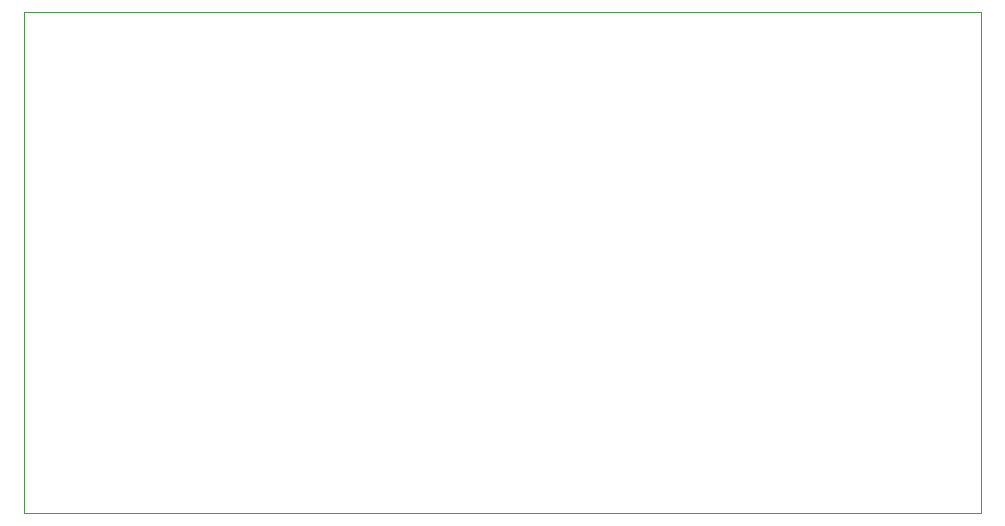
<source format=gbr>
G04 #@! TF.GenerationSoftware,KiCad,Pcbnew,(5.1.7)-1*
G04 #@! TF.CreationDate,2020-11-03T16:32:40+01:00*
G04 #@! TF.ProjectId,Timer,54696d65-722e-46b6-9963-61645f706362,rev?*
G04 #@! TF.SameCoordinates,Original*
G04 #@! TF.FileFunction,Profile,NP*
%FSLAX46Y46*%
G04 Gerber Fmt 4.6, Leading zero omitted, Abs format (unit mm)*
G04 Created by KiCad (PCBNEW (5.1.7)-1) date 2020-11-03 16:32:40*
%MOMM*%
%LPD*%
G01*
G04 APERTURE LIST*
G04 #@! TA.AperFunction,Profile*
%ADD10C,0.050000*%
G04 #@! TD*
G04 APERTURE END LIST*
D10*
X110000000Y-98400000D02*
X110000000Y-56000000D01*
X191000000Y-98400000D02*
X110000000Y-98400000D01*
X191000000Y-56000000D02*
X191000000Y-98400000D01*
X110000000Y-56000000D02*
X191000000Y-56000000D01*
M02*

</source>
